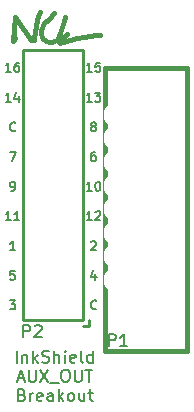
<source format=gto>
G04 (created by PCBNEW-RS274X (2010-12-23 BZR 2684)-stable) date 12/2/2011 7:38:03 AM*
G01*
G70*
G90*
%MOIN*%
G04 Gerber Fmt 3.4, Leading zero omitted, Abs format*
%FSLAX34Y34*%
G04 APERTURE LIST*
%ADD10C,0.006000*%
%ADD11C,0.007500*%
%ADD12C,0.010000*%
%ADD13C,0.008000*%
%ADD14C,0.015000*%
%ADD15C,0.080000*%
%ADD16R,0.080000X0.080000*%
%ADD17C,0.083000*%
G04 APERTURE END LIST*
G54D10*
G54D11*
X64443Y-39271D02*
X64271Y-39271D01*
X64357Y-39271D02*
X64357Y-38971D01*
X64328Y-39014D01*
X64300Y-39043D01*
X64271Y-39057D01*
X64700Y-38971D02*
X64643Y-38971D01*
X64614Y-38986D01*
X64600Y-39000D01*
X64571Y-39043D01*
X64557Y-39100D01*
X64557Y-39214D01*
X64571Y-39243D01*
X64586Y-39257D01*
X64614Y-39271D01*
X64671Y-39271D01*
X64700Y-39257D01*
X64714Y-39243D01*
X64729Y-39214D01*
X64729Y-39143D01*
X64714Y-39114D01*
X64700Y-39100D01*
X64671Y-39086D01*
X64614Y-39086D01*
X64586Y-39100D01*
X64571Y-39114D01*
X64557Y-39143D01*
X64443Y-40261D02*
X64271Y-40261D01*
X64357Y-40261D02*
X64357Y-39961D01*
X64328Y-40004D01*
X64300Y-40033D01*
X64271Y-40047D01*
X64700Y-40061D02*
X64700Y-40261D01*
X64629Y-39947D02*
X64557Y-40161D01*
X64743Y-40161D01*
X64593Y-41223D02*
X64579Y-41237D01*
X64536Y-41251D01*
X64507Y-41251D01*
X64464Y-41237D01*
X64436Y-41209D01*
X64421Y-41180D01*
X64407Y-41123D01*
X64407Y-41080D01*
X64421Y-41023D01*
X64436Y-40994D01*
X64464Y-40966D01*
X64507Y-40951D01*
X64536Y-40951D01*
X64579Y-40966D01*
X64593Y-40980D01*
X64400Y-41941D02*
X64600Y-41941D01*
X64471Y-42241D01*
X64443Y-43231D02*
X64500Y-43231D01*
X64528Y-43217D01*
X64543Y-43203D01*
X64571Y-43160D01*
X64586Y-43103D01*
X64586Y-42989D01*
X64571Y-42960D01*
X64557Y-42946D01*
X64528Y-42931D01*
X64471Y-42931D01*
X64443Y-42946D01*
X64428Y-42960D01*
X64414Y-42989D01*
X64414Y-43060D01*
X64428Y-43089D01*
X64443Y-43103D01*
X64471Y-43117D01*
X64528Y-43117D01*
X64557Y-43103D01*
X64571Y-43089D01*
X64586Y-43060D01*
X64443Y-44221D02*
X64271Y-44221D01*
X64357Y-44221D02*
X64357Y-43921D01*
X64328Y-43964D01*
X64300Y-43993D01*
X64271Y-44007D01*
X64729Y-44221D02*
X64557Y-44221D01*
X64643Y-44221D02*
X64643Y-43921D01*
X64614Y-43964D01*
X64586Y-43993D01*
X64557Y-44007D01*
X64586Y-45211D02*
X64414Y-45211D01*
X64500Y-45211D02*
X64500Y-44911D01*
X64471Y-44954D01*
X64443Y-44983D01*
X64414Y-44997D01*
X64571Y-45901D02*
X64428Y-45901D01*
X64414Y-46044D01*
X64428Y-46030D01*
X64457Y-46016D01*
X64528Y-46016D01*
X64557Y-46030D01*
X64571Y-46044D01*
X64586Y-46073D01*
X64586Y-46144D01*
X64571Y-46173D01*
X64557Y-46187D01*
X64528Y-46201D01*
X64457Y-46201D01*
X64428Y-46187D01*
X64414Y-46173D01*
X64400Y-46891D02*
X64586Y-46891D01*
X64486Y-47006D01*
X64528Y-47006D01*
X64557Y-47020D01*
X64571Y-47034D01*
X64586Y-47063D01*
X64586Y-47134D01*
X64571Y-47163D01*
X64557Y-47177D01*
X64528Y-47191D01*
X64443Y-47191D01*
X64414Y-47177D01*
X64400Y-47163D01*
X67143Y-39271D02*
X66971Y-39271D01*
X67057Y-39271D02*
X67057Y-38971D01*
X67028Y-39014D01*
X67000Y-39043D01*
X66971Y-39057D01*
X67414Y-38971D02*
X67271Y-38971D01*
X67257Y-39114D01*
X67271Y-39100D01*
X67300Y-39086D01*
X67371Y-39086D01*
X67400Y-39100D01*
X67414Y-39114D01*
X67429Y-39143D01*
X67429Y-39214D01*
X67414Y-39243D01*
X67400Y-39257D01*
X67371Y-39271D01*
X67300Y-39271D01*
X67271Y-39257D01*
X67257Y-39243D01*
X67143Y-40261D02*
X66971Y-40261D01*
X67057Y-40261D02*
X67057Y-39961D01*
X67028Y-40004D01*
X67000Y-40033D01*
X66971Y-40047D01*
X67243Y-39961D02*
X67429Y-39961D01*
X67329Y-40076D01*
X67371Y-40076D01*
X67400Y-40090D01*
X67414Y-40104D01*
X67429Y-40133D01*
X67429Y-40204D01*
X67414Y-40233D01*
X67400Y-40247D01*
X67371Y-40261D01*
X67286Y-40261D01*
X67257Y-40247D01*
X67243Y-40233D01*
X67171Y-41080D02*
X67143Y-41066D01*
X67128Y-41051D01*
X67114Y-41023D01*
X67114Y-41009D01*
X67128Y-40980D01*
X67143Y-40966D01*
X67171Y-40951D01*
X67228Y-40951D01*
X67257Y-40966D01*
X67271Y-40980D01*
X67286Y-41009D01*
X67286Y-41023D01*
X67271Y-41051D01*
X67257Y-41066D01*
X67228Y-41080D01*
X67171Y-41080D01*
X67143Y-41094D01*
X67128Y-41109D01*
X67114Y-41137D01*
X67114Y-41194D01*
X67128Y-41223D01*
X67143Y-41237D01*
X67171Y-41251D01*
X67228Y-41251D01*
X67257Y-41237D01*
X67271Y-41223D01*
X67286Y-41194D01*
X67286Y-41137D01*
X67271Y-41109D01*
X67257Y-41094D01*
X67228Y-41080D01*
X67257Y-41941D02*
X67200Y-41941D01*
X67171Y-41956D01*
X67157Y-41970D01*
X67128Y-42013D01*
X67114Y-42070D01*
X67114Y-42184D01*
X67128Y-42213D01*
X67143Y-42227D01*
X67171Y-42241D01*
X67228Y-42241D01*
X67257Y-42227D01*
X67271Y-42213D01*
X67286Y-42184D01*
X67286Y-42113D01*
X67271Y-42084D01*
X67257Y-42070D01*
X67228Y-42056D01*
X67171Y-42056D01*
X67143Y-42070D01*
X67128Y-42084D01*
X67114Y-42113D01*
X67143Y-43231D02*
X66971Y-43231D01*
X67057Y-43231D02*
X67057Y-42931D01*
X67028Y-42974D01*
X67000Y-43003D01*
X66971Y-43017D01*
X67329Y-42931D02*
X67357Y-42931D01*
X67386Y-42946D01*
X67400Y-42960D01*
X67414Y-42989D01*
X67429Y-43046D01*
X67429Y-43117D01*
X67414Y-43174D01*
X67400Y-43203D01*
X67386Y-43217D01*
X67357Y-43231D01*
X67329Y-43231D01*
X67300Y-43217D01*
X67286Y-43203D01*
X67271Y-43174D01*
X67257Y-43117D01*
X67257Y-43046D01*
X67271Y-42989D01*
X67286Y-42960D01*
X67300Y-42946D01*
X67329Y-42931D01*
X67143Y-44221D02*
X66971Y-44221D01*
X67057Y-44221D02*
X67057Y-43921D01*
X67028Y-43964D01*
X67000Y-43993D01*
X66971Y-44007D01*
X67257Y-43950D02*
X67271Y-43936D01*
X67300Y-43921D01*
X67371Y-43921D01*
X67400Y-43936D01*
X67414Y-43950D01*
X67429Y-43979D01*
X67429Y-44007D01*
X67414Y-44050D01*
X67243Y-44221D01*
X67429Y-44221D01*
X67114Y-44940D02*
X67128Y-44926D01*
X67157Y-44911D01*
X67228Y-44911D01*
X67257Y-44926D01*
X67271Y-44940D01*
X67286Y-44969D01*
X67286Y-44997D01*
X67271Y-45040D01*
X67100Y-45211D01*
X67286Y-45211D01*
X67257Y-46001D02*
X67257Y-46201D01*
X67186Y-45887D02*
X67114Y-46101D01*
X67300Y-46101D01*
X67293Y-47163D02*
X67279Y-47177D01*
X67236Y-47191D01*
X67207Y-47191D01*
X67164Y-47177D01*
X67136Y-47149D01*
X67121Y-47120D01*
X67107Y-47063D01*
X67107Y-47020D01*
X67121Y-46963D01*
X67136Y-46934D01*
X67164Y-46906D01*
X67207Y-46891D01*
X67236Y-46891D01*
X67279Y-46906D01*
X67293Y-46920D01*
G54D12*
X67050Y-47750D02*
X67050Y-47550D01*
X67050Y-47750D02*
X66850Y-47750D01*
G54D13*
X64633Y-48962D02*
X64633Y-48562D01*
X64823Y-48695D02*
X64823Y-48962D01*
X64823Y-48733D02*
X64842Y-48714D01*
X64880Y-48695D01*
X64938Y-48695D01*
X64976Y-48714D01*
X64995Y-48752D01*
X64995Y-48962D01*
X65185Y-48962D02*
X65185Y-48562D01*
X65223Y-48810D02*
X65338Y-48962D01*
X65338Y-48695D02*
X65185Y-48848D01*
X65490Y-48943D02*
X65547Y-48962D01*
X65643Y-48962D01*
X65681Y-48943D01*
X65700Y-48924D01*
X65719Y-48886D01*
X65719Y-48848D01*
X65700Y-48810D01*
X65681Y-48790D01*
X65643Y-48771D01*
X65566Y-48752D01*
X65528Y-48733D01*
X65509Y-48714D01*
X65490Y-48676D01*
X65490Y-48638D01*
X65509Y-48600D01*
X65528Y-48581D01*
X65566Y-48562D01*
X65662Y-48562D01*
X65719Y-48581D01*
X65890Y-48962D02*
X65890Y-48562D01*
X66062Y-48962D02*
X66062Y-48752D01*
X66043Y-48714D01*
X66005Y-48695D01*
X65947Y-48695D01*
X65909Y-48714D01*
X65890Y-48733D01*
X66252Y-48962D02*
X66252Y-48695D01*
X66252Y-48562D02*
X66233Y-48581D01*
X66252Y-48600D01*
X66271Y-48581D01*
X66252Y-48562D01*
X66252Y-48600D01*
X66595Y-48943D02*
X66557Y-48962D01*
X66480Y-48962D01*
X66442Y-48943D01*
X66423Y-48905D01*
X66423Y-48752D01*
X66442Y-48714D01*
X66480Y-48695D01*
X66557Y-48695D01*
X66595Y-48714D01*
X66614Y-48752D01*
X66614Y-48790D01*
X66423Y-48829D01*
X66842Y-48962D02*
X66804Y-48943D01*
X66785Y-48905D01*
X66785Y-48562D01*
X67167Y-48962D02*
X67167Y-48562D01*
X67167Y-48943D02*
X67129Y-48962D01*
X67052Y-48962D01*
X67014Y-48943D01*
X66995Y-48924D01*
X66976Y-48886D01*
X66976Y-48771D01*
X66995Y-48733D01*
X67014Y-48714D01*
X67052Y-48695D01*
X67129Y-48695D01*
X67167Y-48714D01*
X64681Y-49488D02*
X64872Y-49488D01*
X64643Y-49602D02*
X64776Y-49202D01*
X64910Y-49602D01*
X65043Y-49202D02*
X65043Y-49526D01*
X65062Y-49564D01*
X65081Y-49583D01*
X65119Y-49602D01*
X65196Y-49602D01*
X65234Y-49583D01*
X65253Y-49564D01*
X65272Y-49526D01*
X65272Y-49202D01*
X65424Y-49202D02*
X65691Y-49602D01*
X65691Y-49202D02*
X65424Y-49602D01*
X65748Y-49640D02*
X66053Y-49640D01*
X66224Y-49202D02*
X66301Y-49202D01*
X66339Y-49221D01*
X66377Y-49259D01*
X66396Y-49335D01*
X66396Y-49469D01*
X66377Y-49545D01*
X66339Y-49583D01*
X66301Y-49602D01*
X66224Y-49602D01*
X66186Y-49583D01*
X66148Y-49545D01*
X66129Y-49469D01*
X66129Y-49335D01*
X66148Y-49259D01*
X66186Y-49221D01*
X66224Y-49202D01*
X66567Y-49202D02*
X66567Y-49526D01*
X66586Y-49564D01*
X66605Y-49583D01*
X66643Y-49602D01*
X66720Y-49602D01*
X66758Y-49583D01*
X66777Y-49564D01*
X66796Y-49526D01*
X66796Y-49202D01*
X66929Y-49202D02*
X67158Y-49202D01*
X67043Y-49602D02*
X67043Y-49202D01*
X64814Y-50032D02*
X64871Y-50051D01*
X64890Y-50070D01*
X64909Y-50109D01*
X64909Y-50166D01*
X64890Y-50204D01*
X64871Y-50223D01*
X64833Y-50242D01*
X64680Y-50242D01*
X64680Y-49842D01*
X64814Y-49842D01*
X64852Y-49861D01*
X64871Y-49880D01*
X64890Y-49918D01*
X64890Y-49956D01*
X64871Y-49994D01*
X64852Y-50013D01*
X64814Y-50032D01*
X64680Y-50032D01*
X65080Y-50242D02*
X65080Y-49975D01*
X65080Y-50051D02*
X65099Y-50013D01*
X65118Y-49994D01*
X65156Y-49975D01*
X65195Y-49975D01*
X65481Y-50223D02*
X65443Y-50242D01*
X65366Y-50242D01*
X65328Y-50223D01*
X65309Y-50185D01*
X65309Y-50032D01*
X65328Y-49994D01*
X65366Y-49975D01*
X65443Y-49975D01*
X65481Y-49994D01*
X65500Y-50032D01*
X65500Y-50070D01*
X65309Y-50109D01*
X65843Y-50242D02*
X65843Y-50032D01*
X65824Y-49994D01*
X65786Y-49975D01*
X65709Y-49975D01*
X65671Y-49994D01*
X65843Y-50223D02*
X65805Y-50242D01*
X65709Y-50242D01*
X65671Y-50223D01*
X65652Y-50185D01*
X65652Y-50147D01*
X65671Y-50109D01*
X65709Y-50090D01*
X65805Y-50090D01*
X65843Y-50070D01*
X66033Y-50242D02*
X66033Y-49842D01*
X66071Y-50090D02*
X66186Y-50242D01*
X66186Y-49975D02*
X66033Y-50128D01*
X66414Y-50242D02*
X66376Y-50223D01*
X66357Y-50204D01*
X66338Y-50166D01*
X66338Y-50051D01*
X66357Y-50013D01*
X66376Y-49994D01*
X66414Y-49975D01*
X66472Y-49975D01*
X66510Y-49994D01*
X66529Y-50013D01*
X66548Y-50051D01*
X66548Y-50166D01*
X66529Y-50204D01*
X66510Y-50223D01*
X66472Y-50242D01*
X66414Y-50242D01*
X66891Y-49975D02*
X66891Y-50242D01*
X66719Y-49975D02*
X66719Y-50185D01*
X66738Y-50223D01*
X66776Y-50242D01*
X66834Y-50242D01*
X66872Y-50223D01*
X66891Y-50204D01*
X67024Y-49975D02*
X67176Y-49975D01*
X67081Y-49842D02*
X67081Y-50185D01*
X67100Y-50223D01*
X67138Y-50242D01*
X67176Y-50242D01*
G54D12*
X64850Y-47550D02*
X64850Y-38550D01*
X64850Y-38550D02*
X66850Y-38550D01*
X66850Y-38550D02*
X66850Y-47550D01*
X66850Y-47550D02*
X64850Y-47550D01*
G54D14*
X67563Y-48574D02*
X67563Y-39126D01*
X67563Y-39126D02*
X70319Y-39126D01*
X70319Y-39126D02*
X70319Y-48574D01*
X70319Y-48574D02*
X67563Y-48574D01*
X65225Y-38150D02*
X65200Y-38200D01*
X65200Y-38200D02*
X65150Y-38225D01*
X64525Y-38250D02*
X64575Y-38150D01*
X66250Y-38075D02*
X66300Y-38025D01*
X65575Y-38225D02*
X65625Y-38250D01*
X65625Y-38250D02*
X65700Y-38275D01*
X65700Y-38275D02*
X65800Y-38275D01*
X65800Y-38275D02*
X65875Y-38250D01*
X65875Y-38250D02*
X65975Y-38225D01*
X65550Y-37650D02*
X65500Y-37725D01*
X65500Y-37725D02*
X65475Y-37800D01*
X65475Y-37800D02*
X65450Y-37875D01*
X65450Y-37875D02*
X65450Y-37950D01*
X65450Y-37950D02*
X65450Y-38025D01*
X65450Y-38025D02*
X65475Y-38100D01*
X65475Y-38100D02*
X65525Y-38175D01*
X65525Y-38175D02*
X65575Y-38225D01*
X65325Y-37550D02*
X65350Y-37425D01*
X65350Y-37425D02*
X65375Y-37350D01*
X65375Y-37350D02*
X65400Y-37275D01*
X66250Y-37450D02*
X66225Y-37575D01*
X66225Y-37575D02*
X66150Y-37775D01*
X66150Y-37775D02*
X66075Y-37975D01*
X66075Y-37975D02*
X66025Y-38150D01*
X66025Y-38150D02*
X66025Y-38250D01*
X66025Y-38250D02*
X66075Y-38300D01*
X66075Y-38300D02*
X66175Y-38275D01*
X66175Y-38275D02*
X66400Y-38200D01*
X66400Y-38200D02*
X66650Y-38150D01*
X66650Y-38150D02*
X66875Y-38100D01*
X66875Y-38100D02*
X67075Y-38075D01*
X67075Y-38075D02*
X67275Y-38050D01*
X67275Y-38050D02*
X67425Y-38050D01*
X65875Y-37325D02*
X65700Y-37500D01*
X65700Y-37500D02*
X65550Y-37650D01*
X65975Y-38225D02*
X66150Y-38150D01*
X66150Y-38150D02*
X66250Y-38075D01*
X64525Y-38250D02*
X64575Y-37450D01*
X64575Y-37450D02*
X65125Y-38200D01*
X65225Y-38150D02*
X65325Y-37550D01*
G54D13*
X64855Y-48112D02*
X64855Y-47712D01*
X65008Y-47712D01*
X65046Y-47731D01*
X65065Y-47750D01*
X65084Y-47788D01*
X65084Y-47845D01*
X65065Y-47883D01*
X65046Y-47902D01*
X65008Y-47921D01*
X64855Y-47921D01*
X65236Y-47750D02*
X65255Y-47731D01*
X65293Y-47712D01*
X65389Y-47712D01*
X65427Y-47731D01*
X65446Y-47750D01*
X65465Y-47788D01*
X65465Y-47826D01*
X65446Y-47883D01*
X65217Y-48112D01*
X65465Y-48112D01*
X67705Y-48412D02*
X67705Y-48012D01*
X67858Y-48012D01*
X67896Y-48031D01*
X67915Y-48050D01*
X67934Y-48088D01*
X67934Y-48145D01*
X67915Y-48183D01*
X67896Y-48202D01*
X67858Y-48221D01*
X67705Y-48221D01*
X68315Y-48412D02*
X68086Y-48412D01*
X68200Y-48412D02*
X68200Y-48012D01*
X68162Y-48069D01*
X68124Y-48107D01*
X68086Y-48126D01*
%LPC*%
G54D15*
X66350Y-39050D03*
X65350Y-39050D03*
X65350Y-40050D03*
X66350Y-40050D03*
G54D16*
X66350Y-47050D03*
G54D15*
X65350Y-47050D03*
X66350Y-46050D03*
X65350Y-46050D03*
X66350Y-45050D03*
X65350Y-45050D03*
X66350Y-44050D03*
X65350Y-44050D03*
X66350Y-43050D03*
X65350Y-43050D03*
X66350Y-42050D03*
X65350Y-42050D03*
X66350Y-41050D03*
X65350Y-41050D03*
G54D17*
X68744Y-46606D03*
X67957Y-46212D03*
X68744Y-45819D03*
X67957Y-45425D03*
X68744Y-45031D03*
X67957Y-44638D03*
X68744Y-44244D03*
X67957Y-43850D03*
X68744Y-43457D03*
X67957Y-43063D03*
X68744Y-42669D03*
X67957Y-42275D03*
X68744Y-41882D03*
X67957Y-41488D03*
X68744Y-41094D03*
X67957Y-40701D03*
M02*

</source>
